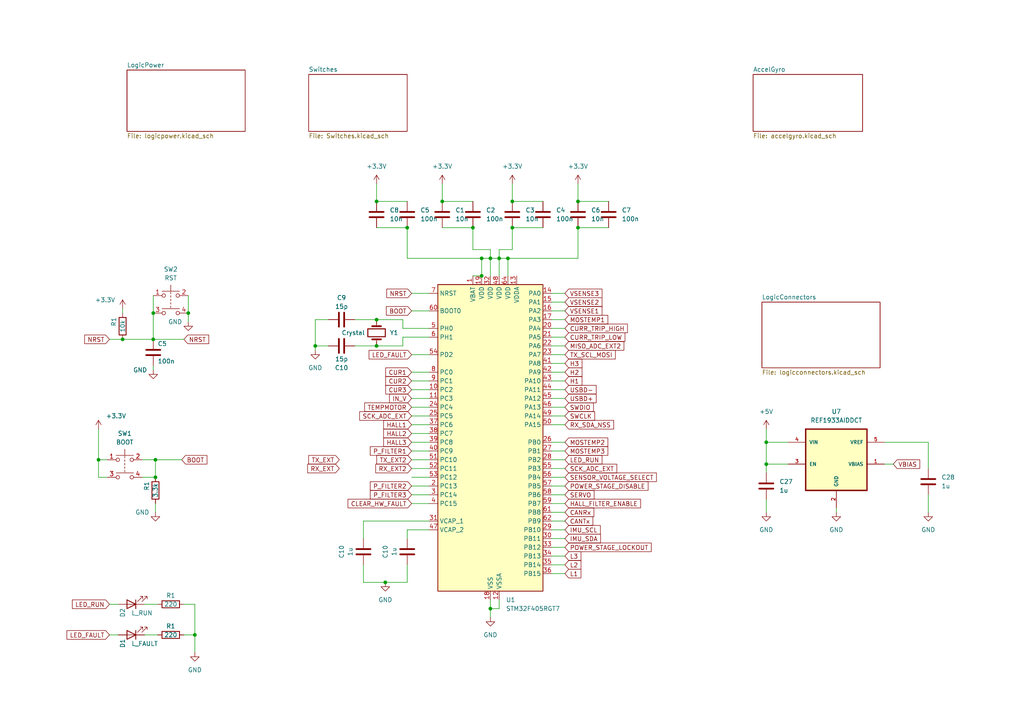
<source format=kicad_sch>
(kicad_sch (version 20230121) (generator eeschema)
  (paper "A4")
  (lib_symbols
    (symbol "Device:C" (pin_numbers hide) (pin_names (offset 0.254))
      (property "Reference" "C" (at 0.635 2.54 0))
      (property "Value" "C" (at 0.635 -2.54 0))
      (symbol "C_0_1"
        (polyline (pts (xy -2.032 -0.762) (xy 2.032 -0.762)) (stroke (width 0.508)))
        (polyline (pts (xy -2.032 0.762) (xy 2.032 0.762)) (stroke (width 0.508)))
      )
      (symbol "C_1_1"
        (pin passive line (at 0 3.81 270) (length 2.794) (name "~") (number "1"))
        (pin passive line (at 0 -3.81 90) (length 2.794) (name "~") (number "2"))
      )
    )
    (symbol "Device:Crystal" (pin_numbers hide) (pin_names (offset 1.016) hide)
      (property "Reference" "Y" (at 0 3.81 0))
      (property "Value" "Crystal" (at 0 -3.81 0))
      (symbol "Crystal_0_1"
        (rectangle (start -1.143 2.54) (end 1.143 -2.54) (stroke (width 0.3048)))
        (polyline (pts (xy -2.54 0) (xy -1.905 0)))
        (polyline (pts (xy -1.905 -1.27) (xy -1.905 1.27)) (stroke (width 0.508)))
        (polyline (pts (xy 1.905 -1.27) (xy 1.905 1.27)) (stroke (width 0.508)))
        (polyline (pts (xy 2.54 0) (xy 1.905 0)))
      )
      (symbol "Crystal_1_1"
        (pin passive line (at -3.81 0 0) (length 1.27) (name "1") (number "1"))
        (pin passive line (at 3.81 0 180) (length 1.27) (name "2") (number "2"))
      )
    )
    (symbol "Device:LED" (pin_numbers hide) (pin_names (offset 1.016) hide)
      (property "Reference" "D" (at 0 2.54 0))
      (property "Value" "LED" (at 0 -2.54 0))
      (symbol "LED_0_1"
        (polyline (pts (xy -1.27 -1.27) (xy -1.27 1.27)) (stroke (width 0.254)))
        (polyline (pts (xy -1.27 0) (xy 1.27 0)))
        (polyline (pts (xy 1.27 -1.27) (xy 1.27 1.27) (xy -1.27 0) (xy 1.27 -1.27)) (stroke (width 0.254)))
        (polyline (pts (xy -3.048 -0.762) (xy -4.572 -2.286) (xy -3.81 -2.286) (xy -4.572 -2.286) (xy -4.572 -1.524)))
        (polyline (pts (xy -1.778 -0.762) (xy -3.302 -2.286) (xy -2.54 -2.286) (xy -3.302 -2.286) (xy -3.302 -1.524)))
      )
      (symbol "LED_1_1"
        (pin passive line (at -3.81 0 0) (length 2.54) (name "K") (number "1"))
        (pin passive line (at 3.81 0 180) (length 2.54) (name "A") (number "2"))
      )
    )
    (symbol "Device:R" (pin_numbers hide) (pin_names (offset 0))
      (property "Reference" "R" (at 2.032 0 90))
      (property "Value" "R" (at 0 0 90))
      (symbol "R_0_1"
        (rectangle (start -1.016 -2.54) (end 1.016 2.54) (stroke (width 0.254)))
      )
      (symbol "R_1_1"
        (pin passive line (at 0 3.81 270) (length 1.27) (name "~") (number "1"))
        (pin passive line (at 0 -3.81 90) (length 1.27) (name "~") (number "2"))
      )
    )
    (symbol "GigaVescSymbols:REF1933AIDDCT" (pin_names (offset 1.016))
      (property "Reference" "U" (at -12.7 13.7 0))
      (property "Value" "REF1933AIDDCT" (at 2.54 -8.89 0))
      (symbol "REF1933AIDDCT_0_0"
        (rectangle (start -8.89 12.7) (end 8.89 -5.08) (stroke (width 0.41)) (fill (type background)))
        (pin bidirectional line (at 13.97 2.54 180) (length 5.08) (name "VBIAS") (number "1"))
        (pin power_in line (at 0 -10.16 90) (length 5.08) (name "GND") (number "2"))
        (pin bidirectional line (at -13.97 2.54 0) (length 5.08) (name "EN") (number "3"))
        (pin input line (at -13.97 8.89 0) (length 5.08) (name "VIN") (number "4"))
        (pin input line (at 13.97 8.89 180) (length 5.08) (name "VREF") (number "5"))
      )
    )
    (symbol "MCU_ST_STM32F4:STM32F405RGTx"
      (property "Reference" "U" (at -15.24 46.99 0))
      (property "Value" "STM32F405RGTx" (at 10.16 46.99 0))
      (symbol "STM32F405RGTx_0_1"
        (rectangle (start -15.24 -43.18) (end 15.24 45.72) (stroke (width 0.254)) (fill (type background)))
      )
      (symbol "STM32F405RGTx_1_1"
        (pin power_in line (at -5.08 48.26 270) (length 2.54) (name "VBAT") (number "1"))
        (pin bidirectional line (at -17.78 15.24 0) (length 2.54) (name "PC2") (number "10"))
        (pin bidirectional line (at -17.78 12.7 0) (length 2.54) (name "PC3") (number "11"))
        (pin power_in line (at 2.54 -45.72 90) (length 2.54) (name "VSSA") (number "12"))
        (pin power_in line (at 7.62 48.26 270) (length 2.54) (name "VDDA") (number "13"))
        (pin bidirectional line (at 17.78 43.18 180) (length 2.54) (name "PA0") (number "14"))
        (pin bidirectional line (at 17.78 40.64 180) (length 2.54) (name "PA1") (number "15"))
        (pin bidirectional line (at 17.78 38.1 180) (length 2.54) (name "PA2") (number "16"))
        (pin bidirectional line (at 17.78 35.56 180) (length 2.54) (name "PA3") (number "17"))
        (pin power_in line (at 0 -45.72 90) (length 2.54) (name "VSS") (number "18"))
        (pin power_in line (at -2.54 48.26 270) (length 2.54) (name "VDD") (number "19"))
        (pin bidirectional line (at -17.78 -12.7 0) (length 2.54) (name "PC13") (number "2"))
        (pin bidirectional line (at 17.78 33.02 180) (length 2.54) (name "PA4") (number "20"))
        (pin bidirectional line (at 17.78 30.48 180) (length 2.54) (name "PA5") (number "21"))
        (pin bidirectional line (at 17.78 27.94 180) (length 2.54) (name "PA6") (number "22"))
        (pin bidirectional line (at 17.78 25.4 180) (length 2.54) (name "PA7") (number "23"))
        (pin bidirectional line (at -17.78 10.16 0) (length 2.54) (name "PC4") (number "24"))
        (pin bidirectional line (at -17.78 7.62 0) (length 2.54) (name "PC5") (number "25"))
        (pin bidirectional line (at 17.78 0 180) (length 2.54) (name "PB0") (number "26"))
        (pin bidirectional line (at 17.78 -2.54 180) (length 2.54) (name "PB1") (number "27"))
        (pin bidirectional line (at 17.78 -5.08 180) (length 2.54) (name "PB2") (number "28"))
        (pin bidirectional line (at 17.78 -25.4 180) (length 2.54) (name "PB10") (number "29"))
        (pin bidirectional line (at -17.78 -15.24 0) (length 2.54) (name "PC14") (number "3"))
        (pin bidirectional line (at 17.78 -27.94 180) (length 2.54) (name "PB11") (number "30"))
        (pin power_out line (at -17.78 -22.86 0) (length 2.54) (name "VCAP_1") (number "31"))
        (pin power_in line (at 0 48.26 270) (length 2.54) (name "VDD") (number "32"))
        (pin bidirectional line (at 17.78 -30.48 180) (length 2.54) (name "PB12") (number "33"))
        (pin bidirectional line (at 17.78 -33.02 180) (length 2.54) (name "PB13") (number "34"))
        (pin bidirectional line (at 17.78 -35.56 180) (length 2.54) (name "PB14") (number "35"))
        (pin bidirectional line (at 17.78 -38.1 180) (length 2.54) (name "PB15") (number "36"))
        (pin bidirectional line (at -17.78 5.08 0) (length 2.54) (name "PC6") (number "37"))
        (pin bidirectional line (at -17.78 2.54 0) (length 2.54) (name "PC7") (number "38"))
        (pin bidirectional line (at -17.78 0 0) (length 2.54) (name "PC8") (number "39"))
        (pin bidirectional line (at -17.78 -17.78 0) (length 2.54) (name "PC15") (number "4"))
        (pin bidirectional line (at -17.78 -2.54 0) (length 2.54) (name "PC9") (number "40"))
        (pin bidirectional line (at 17.78 22.86 180) (length 2.54) (name "PA8") (number "41"))
        (pin bidirectional line (at 17.78 20.32 180) (length 2.54) (name "PA9") (number "42"))
        (pin bidirectional line (at 17.78 17.78 180) (length 2.54) (name "PA10") (number "43"))
        (pin bidirectional line (at 17.78 15.24 180) (length 2.54) (name "PA11") (number "44"))
        (pin bidirectional line (at 17.78 12.7 180) (length 2.54) (name "PA12") (number "45"))
        (pin bidirectional line (at 17.78 10.16 180) (length 2.54) (name "PA13") (number "46"))
        (pin power_out line (at -17.78 -25.4 0) (length 2.54) (name "VCAP_2") (number "47"))
        (pin power_in line (at 2.54 48.26 270) (length 2.54) (name "VDD") (number "48"))
        (pin bidirectional line (at 17.78 7.62 180) (length 2.54) (name "PA14") (number "49"))
        (pin bidirectional line (at -17.78 33.02 0) (length 2.54) (name "PH0") (number "5"))
        (pin bidirectional line (at 17.78 5.08 180) (length 2.54) (name "PA15") (number "50"))
        (pin bidirectional line (at -17.78 -5.08 0) (length 2.54) (name "PC10") (number "51"))
        (pin bidirectional line (at -17.78 -7.62 0) (length 2.54) (name "PC11") (number "52"))
        (pin bidirectional line (at -17.78 -10.16 0) (length 2.54) (name "PC12") (number "53"))
        (pin bidirectional line (at -17.78 25.4 0) (length 2.54) (name "PD2") (number "54"))
        (pin bidirectional line (at 17.78 -7.62 180) (length 2.54) (name "PB3") (number "55"))
        (pin bidirectional line (at 17.78 -10.16 180) (length 2.54) (name "PB4") (number "56"))
        (pin bidirectional line (at 17.78 -12.7 180) (length 2.54) (name "PB5") (number "57"))
        (pin bidirectional line (at 17.78 -15.24 180) (length 2.54) (name "PB6") (number "58"))
        (pin bidirectional line (at 17.78 -17.78 180) (length 2.54) (name "PB7") (number "59"))
        (pin bidirectional line (at -17.78 30.48 0) (length 2.54) (name "PH1") (number "6"))
        (pin input line (at -17.78 38.1 0) (length 2.54) (name "BOOT0") (number "60"))
        (pin bidirectional line (at 17.78 -20.32 180) (length 2.54) (name "PB8") (number "61"))
        (pin bidirectional line (at 17.78 -22.86 180) (length 2.54) (name "PB9") (number "62"))
        (pin passive line (at 0 -45.72 90) (length 2.54) hide (name "VSS") (number "63"))
        (pin power_in line (at 5.08 48.26 270) (length 2.54) (name "VDD") (number "64"))
        (pin input line (at -17.78 43.18 0) (length 2.54) (name "NRST") (number "7"))
        (pin bidirectional line (at -17.78 20.32 0) (length 2.54) (name "PC0") (number "8"))
        (pin bidirectional line (at -17.78 17.78 0) (length 2.54) (name "PC1") (number "9"))
      )
    )
    (symbol "Switch:SW_Push_Dual" (pin_names (offset 1.016) hide)
      (property "Reference" "SW" (at 1.27 2.54 0))
      (property "Value" "SW_Push_Dual" (at 0 -6.858 0))
      (symbol "SW_Push_Dual_0_1"
        (circle (center -2.032 -5.08) (radius 0.508))
        (circle (center -2.032 0) (radius 0.508))
        (polyline (pts (xy 0 -3.048) (xy 0 -3.556)))
        (polyline (pts (xy 0 -2.032) (xy 0 -2.54)))
        (polyline (pts (xy 0 -1.524) (xy 0 -1.016)))
        (polyline (pts (xy 0 -0.508) (xy 0 0)))
        (polyline (pts (xy 0 0.508) (xy 0 1.016)))
        (polyline (pts (xy 0 1.27) (xy 0 3.048)))
        (polyline (pts (xy 2.54 -3.81) (xy -2.54 -3.81)))
        (polyline (pts (xy 2.54 1.27) (xy -2.54 1.27)))
        (circle (center 2.032 -5.08) (radius 0.508))
        (circle (center 2.032 0) (radius 0.508))
        (pin passive line (at -5.08 0 0) (length 2.54) (name "1") (number "1"))
        (pin passive line (at 5.08 0 180) (length 2.54) (name "2") (number "2"))
        (pin passive line (at -5.08 -5.08 0) (length 2.54) (name "3") (number "3"))
        (pin passive line (at 5.08 -5.08 180) (length 2.54) (name "4") (number "4"))
      )
    )
    (symbol "power:+3.3V" (power) (pin_names (offset 0))
      (property "Value" "+3.3V" (at 0 3.556 0))
      (symbol "+3.3V_0_1"
        (polyline (pts (xy -0.762 1.27) (xy 0 2.54)))
        (polyline (pts (xy 0 0) (xy 0 2.54)))
        (polyline (pts (xy 0 2.54) (xy 0.762 1.27)))
      )
      (symbol "+3.3V_1_1"
        (pin power_in line (at 0 0 90) (length 0) hide (name "+3.3V") (number "1"))
      )
    )
    (symbol "power:+5V" (power) (pin_names (offset 0))
      (property "Value" "+5V" (at 0 3.556 0))
      (symbol "+5V_0_1"
        (polyline (pts (xy -0.762 1.27) (xy 0 2.54)))
        (polyline (pts (xy 0 0) (xy 0 2.54)))
        (polyline (pts (xy 0 2.54) (xy 0.762 1.27)))
      )
      (symbol "+5V_1_1"
        (pin power_in line (at 0 0 90) (length 0) hide (name "+5V") (number "1"))
      )
    )
    (symbol "power:GND" (power) (pin_names (offset 0))
      (property "Value" "GND" (at 0 -3.81 0))
      (symbol "GND_0_1"
        (polyline (pts (xy 0 0) (xy 0 -1.27) (xy 1.27 -1.27) (xy 0 -2.54) (xy -1.27 -1.27) (xy 0 -1.27)))
      )
      (symbol "GND_1_1"
        (pin power_in line (at 0 0 270) (length 0) hide (name "GND") (number "1"))
      )
    )
  )
  (junction (at 44.45 90.805))
  (junction (at 148.59 66.04))
  (junction (at 139.7 74.93))
  (junction (at 147.32 74.93))
  (junction (at 144.78 74.93))
  (junction (at 56.515 184.15))
  (junction (at 91.44 100.33))
  (junction (at 109.22 92.71))
  (junction (at 45.085 133.35))
  (junction (at 54.61 90.805))
  (junction (at 222.25 128.27))
  (junction (at 139.7 80.01))
  (junction (at 109.22 100.33))
  (junction (at 45.085 138.43))
  (junction (at 222.25 134.62))
  (junction (at 44.45 98.425))
  (junction (at 142.24 74.93))
  (junction (at 142.24 176.53))
  (junction (at 137.16 66.04))
  (junction (at 128.27 58.42))
  (junction (at 167.64 58.42))
  (junction (at 28.575 133.35))
  (junction (at 118.11 66.04))
  (junction (at 167.64 66.04))
  (junction (at 111.76 168.91))
  (junction (at 109.22 58.42))
  (junction (at 148.59 58.42))
  (junction (at 35.56 98.425))
  (wire (pts (xy 105.41 156.21) (xy 105.41 151.13)))
  (wire (pts (xy 160.02 118.11) (xy 163.83 118.11)))
  (wire (pts (xy 167.64 74.93) (xy 167.64 66.04)))
  (wire (pts (xy 147.32 74.93) (xy 167.64 74.93)))
  (wire (pts (xy 160.02 120.65) (xy 163.83 120.65)))
  (wire (pts (xy 144.78 74.93) (xy 144.78 72.39)))
  (wire (pts (xy 147.32 80.01) (xy 147.32 74.93)))
  (wire (pts (xy 256.54 134.62) (xy 259.08 134.62)))
  (wire (pts (xy 222.25 134.62) (xy 228.6 134.62)))
  (wire (pts (xy 119.38 90.17) (xy 124.46 90.17)))
  (wire (pts (xy 119.38 133.35) (xy 124.46 133.35)))
  (wire (pts (xy 160.02 100.33) (xy 163.83 100.33)))
  (wire (pts (xy 119.38 146.05) (xy 124.46 146.05)))
  (wire (pts (xy 41.91 175.26) (xy 45.72 175.26)))
  (wire (pts (xy 160.02 158.75) (xy 163.83 158.75)))
  (wire (pts (xy 119.38 125.73) (xy 124.46 125.73)))
  (wire (pts (xy 128.27 58.42) (xy 137.16 58.42)))
  (wire (pts (xy 142.24 72.39) (xy 137.16 72.39)))
  (wire (pts (xy 160.02 123.19) (xy 163.83 123.19)))
  (wire (pts (xy 160.02 156.21) (xy 163.83 156.21)))
  (wire (pts (xy 160.02 113.03) (xy 163.83 113.03)))
  (wire (pts (xy 160.02 148.59) (xy 163.83 148.59)))
  (wire (pts (xy 144.78 173.99) (xy 144.78 176.53)))
  (wire (pts (xy 119.38 115.57) (xy 124.46 115.57)))
  (wire (pts (xy 31.75 175.26) (xy 34.29 175.26)))
  (wire (pts (xy 118.11 153.67) (xy 124.46 153.67)))
  (wire (pts (xy 139.7 74.93) (xy 118.11 74.93)))
  (wire (pts (xy 160.02 115.57) (xy 163.83 115.57)))
  (wire (pts (xy 242.57 147.32) (xy 242.57 148.59)))
  (wire (pts (xy 102.87 92.71) (xy 109.22 92.71)))
  (wire (pts (xy 160.02 95.25) (xy 163.83 95.25)))
  (wire (pts (xy 144.78 72.39) (xy 148.59 72.39)))
  (wire (pts (xy 160.02 105.41) (xy 163.83 105.41)))
  (wire (pts (xy 137.16 80.01) (xy 139.7 80.01)))
  (wire (pts (xy 119.38 102.87) (xy 124.46 102.87)))
  (wire (pts (xy 44.45 98.425) (xy 53.34 98.425)))
  (wire (pts (xy 142.24 74.93) (xy 142.24 72.39)))
  (wire (pts (xy 148.59 53.34) (xy 148.59 58.42)))
  (wire (pts (xy 56.515 184.15) (xy 56.515 175.26)))
  (wire (pts (xy 95.25 100.33) (xy 91.44 100.33)))
  (wire (pts (xy 119.38 110.49) (xy 124.46 110.49)))
  (wire (pts (xy 105.41 168.91) (xy 111.76 168.91)))
  (wire (pts (xy 41.275 138.43) (xy 45.085 138.43)))
  (wire (pts (xy 119.38 85.09) (xy 124.46 85.09)))
  (wire (pts (xy 119.38 123.19) (xy 124.46 123.19)))
  (wire (pts (xy 91.44 100.33) (xy 91.44 101.6)))
  (wire (pts (xy 142.24 173.99) (xy 142.24 176.53)))
  (wire (pts (xy 269.24 143.51) (xy 269.24 148.59)))
  (wire (pts (xy 160.02 110.49) (xy 163.83 110.49)))
  (wire (pts (xy 144.78 74.93) (xy 147.32 74.93)))
  (wire (pts (xy 119.38 143.51) (xy 124.46 143.51)))
  (wire (pts (xy 160.02 92.71) (xy 163.83 92.71)))
  (wire (pts (xy 160.02 138.43) (xy 163.83 138.43)))
  (wire (pts (xy 116.84 95.25) (xy 116.84 92.71)))
  (wire (pts (xy 34.29 184.15) (xy 31.75 184.15)))
  (wire (pts (xy 53.34 184.15) (xy 56.515 184.15)))
  (wire (pts (xy 160.02 107.95) (xy 163.83 107.95)))
  (wire (pts (xy 222.25 144.78) (xy 222.25 148.59)))
  (wire (pts (xy 119.38 135.89) (xy 124.46 135.89)))
  (wire (pts (xy 167.64 66.04) (xy 176.53 66.04)))
  (wire (pts (xy 160.02 135.89) (xy 163.83 135.89)))
  (wire (pts (xy 160.02 153.67) (xy 163.83 153.67)))
  (wire (pts (xy 119.38 128.27) (xy 124.46 128.27)))
  (wire (pts (xy 139.7 80.01) (xy 139.7 74.93)))
  (wire (pts (xy 160.02 143.51) (xy 163.83 143.51)))
  (wire (pts (xy 95.25 92.71) (xy 91.44 92.71)))
  (wire (pts (xy 45.085 133.35) (xy 45.085 138.43)))
  (wire (pts (xy 102.87 100.33) (xy 109.22 100.33)))
  (wire (pts (xy 31.75 98.425) (xy 35.56 98.425)))
  (wire (pts (xy 128.27 53.34) (xy 128.27 58.42)))
  (wire (pts (xy 148.59 58.42) (xy 157.48 58.42)))
  (wire (pts (xy 105.41 163.83) (xy 105.41 168.91)))
  (wire (pts (xy 45.085 146.05) (xy 45.085 148.59)))
  (wire (pts (xy 142.24 176.53) (xy 142.24 179.07)))
  (wire (pts (xy 160.02 97.79) (xy 163.83 97.79)))
  (wire (pts (xy 142.24 74.93) (xy 144.78 74.93)))
  (wire (pts (xy 160.02 133.35) (xy 163.83 133.35)))
  (wire (pts (xy 119.38 107.95) (xy 124.46 107.95)))
  (wire (pts (xy 54.61 85.725) (xy 54.61 90.805)))
  (wire (pts (xy 31.115 133.35) (xy 28.575 133.35)))
  (wire (pts (xy 91.44 92.71) (xy 91.44 100.33)))
  (wire (pts (xy 160.02 90.17) (xy 163.83 90.17)))
  (wire (pts (xy 256.54 128.27) (xy 269.24 128.27)))
  (wire (pts (xy 119.38 118.11) (xy 124.46 118.11)))
  (wire (pts (xy 160.02 130.81) (xy 163.83 130.81)))
  (wire (pts (xy 137.16 72.39) (xy 137.16 66.04)))
  (wire (pts (xy 45.085 133.35) (xy 52.705 133.35)))
  (wire (pts (xy 119.38 138.43) (xy 124.46 138.43)))
  (wire (pts (xy 160.02 87.63) (xy 163.83 87.63)))
  (wire (pts (xy 148.59 66.04) (xy 157.48 66.04)))
  (wire (pts (xy 160.02 163.83) (xy 163.83 163.83)))
  (wire (pts (xy 222.25 128.27) (xy 228.6 128.27)))
  (wire (pts (xy 269.24 128.27) (xy 269.24 135.89)))
  (wire (pts (xy 119.38 113.03) (xy 124.46 113.03)))
  (wire (pts (xy 105.41 151.13) (xy 124.46 151.13)))
  (wire (pts (xy 160.02 151.13) (xy 163.83 151.13)))
  (wire (pts (xy 54.61 90.805) (xy 54.61 93.345)))
  (wire (pts (xy 44.45 90.805) (xy 44.45 98.425)))
  (wire (pts (xy 119.38 130.81) (xy 124.46 130.81)))
  (wire (pts (xy 56.515 189.23) (xy 56.515 184.15)))
  (wire (pts (xy 44.45 106.045) (xy 44.45 107.315)))
  (wire (pts (xy 41.275 133.35) (xy 45.085 133.35)))
  (wire (pts (xy 148.59 72.39) (xy 148.59 66.04)))
  (wire (pts (xy 144.78 80.01) (xy 144.78 74.93)))
  (wire (pts (xy 142.24 80.01) (xy 142.24 74.93)))
  (wire (pts (xy 222.25 124.46) (xy 222.25 128.27)))
  (wire (pts (xy 118.11 156.21) (xy 118.11 153.67)))
  (wire (pts (xy 116.84 97.79) (xy 116.84 100.33)))
  (wire (pts (xy 160.02 128.27) (xy 163.83 128.27)))
  (wire (pts (xy 119.38 140.97) (xy 124.46 140.97)))
  (wire (pts (xy 139.7 74.93) (xy 142.24 74.93)))
  (wire (pts (xy 160.02 161.29) (xy 163.83 161.29)))
  (wire (pts (xy 160.02 146.05) (xy 163.83 146.05)))
  (wire (pts (xy 35.56 89.535) (xy 35.56 90.805)))
  (wire (pts (xy 118.11 168.91) (xy 111.76 168.91)))
  (wire (pts (xy 41.91 184.15) (xy 45.72 184.15)))
  (wire (pts (xy 28.575 138.43) (xy 31.115 138.43)))
  (wire (pts (xy 222.25 134.62) (xy 222.25 137.16)))
  (wire (pts (xy 118.11 163.83) (xy 118.11 168.91)))
  (wire (pts (xy 118.11 74.93) (xy 118.11 66.04)))
  (wire (pts (xy 144.78 176.53) (xy 142.24 176.53)))
  (wire (pts (xy 160.02 102.87) (xy 163.83 102.87)))
  (wire (pts (xy 222.25 128.27) (xy 222.25 134.62)))
  (wire (pts (xy 28.575 124.46) (xy 28.575 133.35)))
  (wire (pts (xy 160.02 85.09) (xy 163.83 85.09)))
  (wire (pts (xy 44.45 85.725) (xy 44.45 90.805)))
  (wire (pts (xy 119.38 120.65) (xy 124.46 120.65)))
  (wire (pts (xy 124.46 95.25) (xy 116.84 95.25)))
  (wire (pts (xy 160.02 140.97) (xy 163.83 140.97)))
  (wire (pts (xy 167.64 58.42) (xy 176.53 58.42)))
  (wire (pts (xy 116.84 92.71) (xy 109.22 92.71)))
  (wire (pts (xy 124.46 97.79) (xy 116.84 97.79)))
  (wire (pts (xy 109.22 100.33) (xy 116.84 100.33)))
  (wire (pts (xy 128.27 66.04) (xy 137.16 66.04)))
  (wire (pts (xy 56.515 175.26) (xy 53.34 175.26)))
  (wire (pts (xy 109.22 58.42) (xy 118.11 58.42)))
  (wire (pts (xy 109.22 66.04) (xy 118.11 66.04)))
  (wire (pts (xy 35.56 98.425) (xy 44.45 98.425)))
  (wire (pts (xy 28.575 133.35) (xy 28.575 138.43)))
  (wire (pts (xy 167.64 53.34) (xy 167.64 58.42)))
  (wire (pts (xy 109.22 53.34) (xy 109.22 58.42)))
  (wire (pts (xy 160.02 166.37) (xy 163.83 166.37)))
  (global_label "LED_FAULT" (shape input) (at 119.38 102.87 180) (property "Intersheetrefs" "${INTERSHEET_REFS}" (effects hide)))
  (global_label "VSENSE2" (shape input) (at 163.83 87.63 0) (property "Intersheetrefs" "${INTERSHEET_REFS}" (effects hide)))
  (global_label "VSENSE3" (shape input) (at 163.83 85.09 0) (property "Intersheetrefs" "${INTERSHEET_REFS}" (effects hide)))
  (global_label "CLEAR_HW_FAULT" (shape input) (at 119.38 146.05 180) (property "Intersheetrefs" "${INTERSHEET_REFS}" (effects hide)))
  (global_label "MOSTEMP2" (shape input) (at 163.83 128.27 0) (property "Intersheetrefs" "${INTERSHEET_REFS}" (effects hide)))
  (global_label "LED_FAULT" (shape input) (at 31.75 184.15 180) (property "Intersheetrefs" "${INTERSHEET_REFS}" (effects hide)))
  (global_label "H2" (shape input) (at 163.83 107.95 0) (property "Intersheetrefs" "${INTERSHEET_REFS}" (effects hide)))
  (global_label "CANRx" (shape input) (at 163.83 148.59 0) (property "Intersheetrefs" "${INTERSHEET_REFS}" (effects hide)))
  (global_label "SWCLK" (shape input) (at 163.83 120.65 0) (property "Intersheetrefs" "${INTERSHEET_REFS}" (effects hide)))
  (global_label "BOOT" (shape input) (at 119.38 90.17 180) (property "Intersheetrefs" "${INTERSHEET_REFS}" (effects hide)))
  (global_label "SCK_ADC_EXT" (shape input) (at 163.83 135.89 0) (property "Intersheetrefs" "${INTERSHEET_REFS}" (effects hide)))
  (global_label "SCK_ADC_EXT" (shape input) (at 119.38 120.65 180) (property "Intersheetrefs" "${INTERSHEET_REFS}" (effects hide)))
  (global_label "H3" (shape input) (at 163.83 105.41 0) (property "Intersheetrefs" "${INTERSHEET_REFS}" (effects hide)))
  (global_label "SWDIO" (shape input) (at 163.83 118.11 0) (property "Intersheetrefs" "${INTERSHEET_REFS}" (effects hide)))
  (global_label "IMU_SDA" (shape input) (at 163.83 156.21 0) (property "Intersheetrefs" "${INTERSHEET_REFS}" (effects hide)))
  (global_label "CANTx" (shape input) (at 163.83 151.13 0) (property "Intersheetrefs" "${INTERSHEET_REFS}" (effects hide)))
  (global_label "TEMPMOTOR" (shape input) (at 119.38 118.11 180) (property "Intersheetrefs" "${INTERSHEET_REFS}" (effects hide)))
  (global_label "L1" (shape input) (at 163.83 166.37 0) (property "Intersheetrefs" "${INTERSHEET_REFS}" (effects hide)))
  (global_label "MOSTEMP3" (shape input) (at 163.83 130.81 0) (property "Intersheetrefs" "${INTERSHEET_REFS}" (effects hide)))
  (global_label "POWER_STAGE_DISABLE" (shape input) (at 163.83 140.97 0) (property "Intersheetrefs" "${INTERSHEET_REFS}" (effects hide)))
  (global_label "POWER_STAGE_LOCKOUT" (shape input) (at 163.83 158.75 0) (property "Intersheetrefs" "${INTERSHEET_REFS}" (effects hide)))
  (global_label "SERVO" (shape input) (at 163.83 143.51 0) (property "Intersheetrefs" "${INTERSHEET_REFS}" (effects hide)))
  (global_label "CURR_TRIP_HIGH" (shape input) (at 163.83 95.25 0) (property "Intersheetrefs" "${INTERSHEET_REFS}" (effects hide)))
  (global_label "SENSOR_VOLTAGE_SELECT" (shape input) (at 163.83 138.43 0) (property "Intersheetrefs" "${INTERSHEET_REFS}" (effects hide)))
  (global_label "USBD-" (shape input) (at 163.83 113.03 0) (property "Intersheetrefs" "${INTERSHEET_REFS}" (effects hide)))
  (global_label "MOSTEMP1" (shape input) (at 163.83 92.71 0) (property "Intersheetrefs" "${INTERSHEET_REFS}" (effects hide)))
  (global_label "NRST" (shape input) (at 31.75 98.425 180) (property "Intersheetrefs" "${INTERSHEET_REFS}" (effects hide)))
  (global_label "NRST" (shape input) (at 53.34 98.425 0) (property "Intersheetrefs" "${INTERSHEET_REFS}" (effects hide)))
  (global_label "L3" (shape input) (at 163.83 161.29 0) (property "Intersheetrefs" "${INTERSHEET_REFS}" (effects hide)))
  (global_label "P_FILTER3" (shape input) (at 119.38 143.51 180) (property "Intersheetrefs" "${INTERSHEET_REFS}" (effects hide)))
  (global_label "NRST" (shape input) (at 119.38 85.09 180) (property "Intersheetrefs" "${INTERSHEET_REFS}" (effects hide)))
  (global_label "VSENSE1" (shape input) (at 163.83 90.17 0) (property "Intersheetrefs" "${INTERSHEET_REFS}" (effects hide)))
  (global_label "CUR2" (shape input) (at 119.38 110.49 180) (property "Intersheetrefs" "${INTERSHEET_REFS}" (effects hide)))
  (global_label "HALL1" (shape input) (at 119.38 123.19 180) (property "Intersheetrefs" "${INTERSHEET_REFS}" (effects hide)))
  (global_label "LED_RUN" (shape input) (at 31.75 175.26 180) (property "Intersheetrefs" "${INTERSHEET_REFS}" (effects hide)))
  (global_label "TX_EXT2" (shape input) (at 119.38 133.35 180) (property "Intersheetrefs" "${INTERSHEET_REFS}" (effects hide)))
  (global_label "BOOT" (shape input) (at 52.705 133.35 0) (property "Intersheetrefs" "${INTERSHEET_REFS}" (effects hide)))
  (global_label "H1" (shape input) (at 163.83 110.49 0) (property "Intersheetrefs" "${INTERSHEET_REFS}" (effects hide)))
  (global_label "IN_V" (shape input) (at 119.38 115.57 180) (property "Intersheetrefs" "${INTERSHEET_REFS}" (effects hide)))
  (global_label "P_FILTER2" (shape input) (at 119.38 140.97 180) (property "Intersheetrefs" "${INTERSHEET_REFS}" (effects hide)))
  (global_label "CUR3" (shape input) (at 119.38 113.03 180) (property "Intersheetrefs" "${INTERSHEET_REFS}" (effects hide)))
  (global_label "CURR_TRIP_LOW" (shape input) (at 163.83 97.79 0) (property "Intersheetrefs" "${INTERSHEET_REFS}" (effects hide)))
  (global_label "TX_EXT" (shape input) (at 98.425 133.35 180) (property "Intersheetrefs" "${INTERSHEET_REFS}" (effects hide)))
  (global_label "RX_EXT2" (shape input) (at 119.38 135.89 180) (property "Intersheetrefs" "${INTERSHEET_REFS}" (effects hide)))
  (global_label "MISO_ADC_EXT2" (shape input) (at 163.83 100.33 0) (property "Intersheetrefs" "${INTERSHEET_REFS}" (effects hide)))
  (global_label "L2" (shape input) (at 163.83 163.83 0) (property "Intersheetrefs" "${INTERSHEET_REFS}" (effects hide)))
  (global_label "LED_RUN" (shape input) (at 163.83 133.35 0) (property "Intersheetrefs" "${INTERSHEET_REFS}" (effects hide)))
  (global_label "TX_SCL_MOSI" (shape input) (at 163.83 102.87 0) (property "Intersheetrefs" "${INTERSHEET_REFS}" (effects hide)))
  (global_label "CUR1" (shape input) (at 119.38 107.95 180) (property "Intersheetrefs" "${INTERSHEET_REFS}" (effects hide)))
  (global_label "HALL2" (shape input) (at 119.38 125.73 180) (property "Intersheetrefs" "${INTERSHEET_REFS}" (effects hide)))
  (global_label "HALL3" (shape input) (at 119.38 128.27 180) (property "Intersheetrefs" "${INTERSHEET_REFS}" (effects hide)))
  (global_label "RX_EXT" (shape input) (at 98.425 135.89 180) (property "Intersheetrefs" "${INTERSHEET_REFS}" (effects hide)))
  (global_label "USBD+" (shape input) (at 163.83 115.57 0) (property "Intersheetrefs" "${INTERSHEET_REFS}" (effects hide)))
  (global_label "P_FILTER1" (shape input) (at 119.38 130.81 180) (property "Intersheetrefs" "${INTERSHEET_REFS}" (effects hide)))
  (global_label "IMU_SCL" (shape input) (at 163.83 153.67 0) (property "Intersheetrefs" "${INTERSHEET_REFS}" (effects hide)))
  (global_label "HALL_FILTER_ENABLE" (shape input) (at 163.83 146.05 0) (property "Intersheetrefs" "${INTERSHEET_REFS}" (effects hide)))
  (global_label "VBIAS" (shape input) (at 259.08 134.62 0) (property "Intersheetrefs" "${INTERSHEET_REFS}" (effects hide)))
  (global_label "RX_SDA_NSS" (shape input) (at 163.83 123.19 0) (property "Intersheetrefs" "${INTERSHEET_REFS}" (effects hide)))
  (symbol (lib_id "Device:C") (at 137.16 62.23 0) (unit 1)
    (property "Reference" "C2" (at 140.97 60.96 0) (effects (justify left)))
    (property "Value" "100n" (at 140.97 63.5 0) (effects (justify left)))
    (instances (project "GigaVesc" (path "" (reference "C2") (unit 1)) (path "" (reference "C6") (unit 1))))
  )
  (symbol (lib_id "power:GND") (at 269.24 148.59 0) (unit 1)
    (property "Reference" "#PWR02" (effects hide))
    (property "Value" "GND" (at 269.24 153.67 0))
    (instances (project "GigaVesc" (path "" (reference "#PWR02") (unit 1)) (path "" (reference "#PWR068") (unit 1))))
  )
  (symbol (lib_id "power:+3.3V") (at 128.27 53.34 0) (unit 1)
    (property "Reference" "#PWR04" (effects hide))
    (property "Value" "+3.3V" (at 128.27 48.26 0))
    (instances (project "GigaVesc" (path "" (reference "#PWR04") (unit 1)) (path "" (reference "#PWR03") (unit 1))))
  )
  (symbol (lib_id "Switch:SW_Push_Dual") (at 36.195 133.35 0) (unit 1)
    (property "Reference" "SW1" (at 36.195 125.73 0))
    (property "Value" "BOOT" (at 36.195 128.27 0))
  )
  (symbol (lib_id "Device:C") (at 99.06 100.33 90) (unit 1)
    (property "Reference" "C10" (at 99.06 106.68 90))
    (property "Value" "15p" (at 99.06 104.14 90))
    (instances (project "GigaVesc" (path "" (reference "C10") (unit 1)) (path "" (reference "C2") (unit 1))))
  )
  (symbol (lib_id "Device:LED") (at 38.1 184.15 180) (unit 1)
    (property "Reference" "D1" (at 35.56 187.96 90) (effects (justify right)))
    (property "Value" "L_FAULT" (at 38.1 186.69 0) (effects (justify right)))
    (instances (project "GigaVesc" (path "" (reference "D1") (unit 1)) (path "" (reference "D2") (unit 1))))
  )
  (symbol (lib_id "power:+3.3V") (at 35.56 89.535 0) (unit 1)
    (property "Reference" "#PWR03" (effects hide))
    (property "Value" "+3.3V" (at 30.48 86.995 0))
    (instances (project "GigaVesc" (path "" (reference "#PWR03") (unit 1)) (path "" (reference "#PWR047") (unit 1))))
  )
  (symbol (lib_id "power:GND") (at 242.57 148.59 0) (unit 1)
    (property "Reference" "#PWR02" (effects hide))
    (property "Value" "GND" (at 242.57 153.67 0))
    (instances (project "GigaVesc" (path "" (reference "#PWR02") (unit 1)) (path "" (reference "#PWR067") (unit 1))))
  )
  (symbol (lib_id "Switch:SW_Push_Dual") (at 49.53 85.725 0) (unit 1)
    (property "Reference" "SW2" (at 49.53 78.105 0))
    (property "Value" "RST" (at 49.53 80.645 0))
  )
  (symbol (lib_id "power:+3.3V") (at 28.575 124.46 0) (unit 1)
    (property "Reference" "#PWR03" (effects hide))
    (property "Value" "+3.3V" (at 33.655 120.65 0))
    (instances (project "GigaVesc" (path "" (reference "#PWR03") (unit 1)) (path "" (reference "#PWR061") (unit 1))))
  )
  (symbol (lib_id "power:GND") (at 44.45 107.315 0) (unit 1)
    (property "Reference" "#PWR08" (effects hide))
    (property "Value" "GND" (at 40.64 107.315 0))
    (instances (project "GigaVesc" (path "" (reference "#PWR08") (unit 1)) (path "" (reference "#PWR046") (unit 1))))
  )
  (symbol (lib_id "Device:C") (at 148.59 62.23 0) (unit 1)
    (property "Reference" "C3" (at 152.4 60.96 0) (effects (justify left)))
    (property "Value" "10n" (at 152.4 63.5 0) (effects (justify left)))
    (instances (project "GigaVesc" (path "" (reference "C3") (unit 1)) (path "" (reference "C7") (unit 1))))
  )
  (symbol (lib_id "Device:C") (at 99.06 92.71 270) (unit 1)
    (property "Reference" "C9" (at 99.06 86.36 90))
    (property "Value" "15p" (at 99.06 88.9 90))
    (instances (project "GigaVesc" (path "" (reference "C9") (unit 1)) (path "" (reference "C1") (unit 1))))
  )
  (symbol (lib_id "power:GND") (at 111.76 168.91 0) (unit 1)
    (property "Reference" "#PWR07" (effects hide))
    (property "Value" "GND" (at 111.76 173.99 0))
    (instances (project "GigaVesc" (path "" (reference "#PWR07") (unit 1)) (path "" (reference "#PWR060") (unit 1))))
  )
  (symbol (lib_id "power:+5V") (at 222.25 124.46 0) (unit 1)
    (property "Reference" "#PWR065" (effects hide))
    (property "Value" "+5V" (at 222.25 119.38 0))
  )
  (symbol (lib_id "power:+3.3V") (at 167.64 53.34 0) (unit 1)
    (property "Reference" "#PWR06" (effects hide))
    (property "Value" "+3.3V" (at 167.64 48.26 0))
  )
  (symbol (lib_id "Device:C") (at 157.48 62.23 0) (unit 1)
    (property "Reference" "C4" (at 161.29 60.96 0) (effects (justify left)))
    (property "Value" "100n" (at 161.29 63.5 0) (effects (justify left)))
    (instances (project "GigaVesc" (path "" (reference "C4") (unit 1)) (path "" (reference "C8") (unit 1))))
  )
  (symbol (lib_id "power:+3.3V") (at 148.59 53.34 0) (unit 1)
    (property "Reference" "#PWR05" (effects hide))
    (property "Value" "+3.3V" (at 148.59 48.26 0))
  )
  (symbol (lib_id "power:GND") (at 45.085 148.59 0) (unit 1)
    (property "Reference" "#PWR08" (effects hide))
    (property "Value" "GND" (at 41.275 148.59 0))
    (instances (project "GigaVesc" (path "" (reference "#PWR08") (unit 1)) (path "" (reference "#PWR062") (unit 1))))
  )
  (symbol (lib_id "Device:LED") (at 38.1 175.26 180) (unit 1)
    (property "Reference" "D2" (at 35.56 179.07 90) (effects (justify right)))
    (property "Value" "L_RUN" (at 38.1 177.8 0) (effects (justify right)))
    (instances (project "GigaVesc" (path "" (reference "D2") (unit 1)) (path "" (reference "D1") (unit 1))))
  )
  (symbol (lib_id "Device:C") (at 222.25 140.97 0) (unit 1)
    (property "Reference" "C27" (at 226.06 139.7 0) (effects (justify left)))
    (property "Value" "1u" (at 226.06 142.24 0) (effects (justify left)))
  )
  (symbol (lib_id "power:GND") (at 91.44 101.6 0) (unit 1)
    (property "Reference" "#PWR08" (effects hide))
    (property "Value" "GND" (at 91.44 106.68 0))
    (instances (project "GigaVesc" (path "" (reference "#PWR08") (unit 1)) (path "" (reference "#PWR01") (unit 1))))
  )
  (symbol (lib_id "power:GND") (at 142.24 179.07 0) (unit 1)
    (property "Reference" "#PWR07" (effects hide))
    (property "Value" "GND" (at 142.24 184.15 0))
    (instances (project "GigaVesc" (path "" (reference "#PWR07") (unit 1)) (path "" (reference "#PWR04") (unit 1))))
  )
  (symbol (lib_id "Device:C") (at 176.53 62.23 0) (unit 1)
    (property "Reference" "C7" (at 180.34 60.96 0) (effects (justify left)))
    (property "Value" "100n" (at 180.34 63.5 0) (effects (justify left)))
    (instances (project "GigaVesc" (path "" (reference "C7") (unit 1)) (path "" (reference "C10") (unit 1))))
  )
  (symbol (lib_id "Device:C") (at 269.24 139.7 0) (unit 1)
    (property "Reference" "C28" (at 273.05 138.43 0) (effects (justify left)))
    (property "Value" "1u" (at 273.05 140.97 0) (effects (justify left)))
  )
  (symbol (lib_id "GigaVescSymbols:REF1933AIDDCT") (at 242.57 137.16 0) (unit 1)
    (property "Reference" "U7" (at 242.57 119.38 0))
    (property "Value" "REF1933AIDDCT" (at 242.57 121.92 0))
    (property "Footprint" "SOT95P280X110-5N" (effects hide))
  )
  (symbol (lib_id "Device:R") (at 45.085 142.24 0) (unit 1)
    (property "Reference" "R1" (at 42.545 140.97 90))
    (property "Value" "3.3k" (at 45.085 142.24 90))
    (instances (project "GigaVesc" (path "" (reference "R1") (unit 1)) (path "" (reference "R18") (unit 1))))
  )
  (symbol (lib_id "Device:C") (at 118.11 62.23 0) (unit 1)
    (property "Reference" "C5" (at 121.92 60.96 0) (effects (justify left)))
    (property "Value" "100n" (at 121.92 63.5 0) (effects (justify left)))
    (instances (project "GigaVesc" (path "" (reference "C5") (unit 1)) (path "" (reference "C4") (unit 1))))
  )
  (symbol (lib_id "Device:C") (at 118.11 160.02 0) (unit 1)
    (property "Reference" "C10" (at 111.76 160.02 90))
    (property "Value" "1u" (at 114.3 160.02 90))
    (instances (project "GigaVesc" (path "" (reference "C10") (unit 1)) (path "" (reference "C25") (unit 1))))
  )
  (symbol (lib_id "power:GND") (at 56.515 189.23 0) (unit 1)
    (property "Reference" "#PWR02" (effects hide))
    (property "Value" "GND" (at 56.515 194.31 0))
    (instances (project "GigaVesc" (path "" (reference "#PWR02") (unit 1)) (path "" (reference "#PWR08") (unit 1))))
  )
  (symbol (lib_id "Device:C") (at 109.22 62.23 0) (unit 1)
    (property "Reference" "C8" (at 113.03 60.96 0) (effects (justify left)))
    (property "Value" "10n" (at 113.03 63.5 0) (effects (justify left)))
    (instances (project "GigaVesc" (path "" (reference "C8") (unit 1)) (path "" (reference "C3") (unit 1))))
  )
  (symbol (lib_id "MCU_ST_STM32F4:STM32F405RGTx") (at 142.24 128.27 0) (unit 1)
    (property "Reference" "U1" (at 146.7359 173.99 0) (effects (justify left)))
    (property "Value" "STM32F405RGT7" (at 146.7359 176.53 0) (effects (justify left)))
    (property "Footprint" "Package_QFP:LQFP-64_10x10mm_P0.5mm" (effects hide))
    (property "Datasheet" "https://www.st.com/resource/en/datasheet/stm32f405rg.pdf" (effects hide))
  )
  (symbol (lib_id "Device:C") (at 105.41 160.02 0) (unit 1)
    (property "Reference" "C10" (at 99.06 160.02 90))
    (property "Value" "1u" (at 101.6 160.02 90))
    (instances (project "GigaVesc" (path "" (reference "C10") (unit 1)) (path "" (reference "C26") (unit 1))))
  )
  (symbol (lib_id "power:GND") (at 222.25 148.59 0) (unit 1)
    (property "Reference" "#PWR02" (effects hide))
    (property "Value" "GND" (at 222.25 153.67 0))
    (instances (project "GigaVesc" (path "" (reference "#PWR02") (unit 1)) (path "" (reference "#PWR066") (unit 1))))
  )
  (symbol (lib_id "Device:R") (at 35.56 94.615 0) (unit 1)
    (property "Reference" "R1" (at 33.02 93.345 90))
    (property "Value" "10k" (at 35.56 94.615 90))
    (instances (project "GigaVesc" (path "" (reference "R1") (unit 1)) (path "" (reference "R14") (unit 1))))
  )
  (symbol (lib_id "Device:R") (at 49.53 175.26 90) (unit 1)
    (property "Reference" "R1" (at 49.53 172.72 90))
    (property "Value" "220" (at 49.53 175.26 90))
  )
  (symbol (lib_id "Device:Crystal") (at 109.22 96.52 90) (unit 1)
    (property "Reference" "Y1" (at 113.03 96.52 90) (effects (justify right)))
    (property "Value" "Crystal" (at 99.06 96.52 90) (effects (justify right)))
  )
  (symbol (lib_id "Device:R") (at 49.53 184.15 90) (unit 1)
    (property "Reference" "R1" (at 49.53 181.61 90))
    (property "Value" "220" (at 49.53 184.15 90))
    (instances (project "GigaVesc" (path "" (reference "R1") (unit 1)) (path "" (reference "R2") (unit 1))))
  )
  (symbol (lib_id "power:+3.3V") (at 109.22 53.34 0) (unit 1)
    (property "Reference" "#PWR03" (effects hide))
    (property "Value" "+3.3V" (at 109.22 48.26 0))
    (instances (project "GigaVesc" (path "" (reference "#PWR03") (unit 1)) (path "" (reference "#PWR02") (unit 1))))
  )
  (symbol (lib_id "Device:C") (at 167.64 62.23 0) (unit 1)
    (property "Reference" "C6" (at 171.45 60.96 0) (effects (justify left)))
    (property "Value" "10n" (at 171.45 63.5 0) (effects (justify left)))
    (instances (project "GigaVesc" (path "" (reference "C6") (unit 1)) (path "" (reference "C9") (unit 1))))
  )
  (symbol (lib_id "power:GND") (at 54.61 93.345 0) (unit 1)
    (property "Reference" "#PWR08" (effects hide))
    (property "Value" "GND" (at 50.8 93.345 0))
    (instances (project "GigaVesc" (path "" (reference "#PWR08") (unit 1)) (path "" (reference "#PWR063") (unit 1))))
  )
  (symbol (lib_id "Device:C") (at 128.27 62.23 0) (unit 1)
    (property "Reference" "C1" (at 132.08 60.96 0) (effects (justify left)))
    (property "Value" "10n" (at 132.08 63.5 0) (effects (justify left)))
    (instances (project "GigaVesc" (path "" (reference "C1") (unit 1)) (path "" (reference "C5") (unit 1))))
  )
  (symbol (lib_id "Device:C") (at 44.45 102.235 0) (unit 1)
    (property "Reference" "C5" (at 45.72 99.695 0) (effects (justify left)))
    (property "Value" "100n" (at 45.72 104.775 0) (effects (justify left)))
    (instances (project "GigaVesc" (path "" (reference "C5") (unit 1)) (path "" (reference "C23") (unit 1))))
  )
  (sheet (at 218.44 21.59) (size 31.75 16.51) (stroke (width 0.1524))
    (property "Sheetname" "AccelGyro" (at 218.44 20.8784 0) (effects (justify left bottom)))
    (property "Sheetfile" "accelgyro.kicad_sch" (at 218.44 38.6846 0) (effects (justify left top)))
  )
  (sheet (at 89.535 21.59) (size 28.575 16.51) (stroke (width 0.1524))
    (property "Sheetname" "Switches" (at 89.535 20.8784 0) (effects (justify left bottom)))
    (property "Sheetfile" "Switches.kicad_sch" (at 89.535 38.6846 0) (effects (justify left top)))
  )
  (sheet (at 36.83 20.32) (size 34.29 17.78) (stroke (width 0.1524))
    (property "Sheetname" "LogicPower" (at 36.83 19.6084 0) (effects (justify left bottom)))
    (property "Sheetfile" "logicpower.kicad_sch" (at 36.83 38.6846 0) (effects (justify left top)))
  )
  (sheet (at 220.98 87.63) (size 34.29 19.05) (stroke (width 0.1524))
    (property "Sheetname" "LogicConnectors" (at 220.98 86.9184 0) (effects (justify left bottom)))
    (property "Sheetfile" "logicconnectors.kicad_sch" (at 220.98 107.2646 0) (effects (justify left top)))
  )
)
</source>
